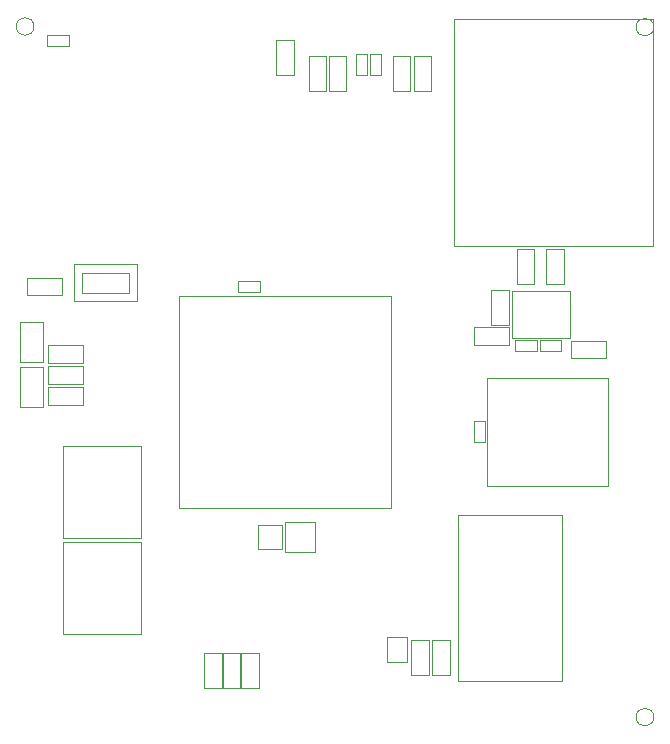
<source format=gbr>
G04 #@! TF.GenerationSoftware,KiCad,Pcbnew,(6.0.7)*
G04 #@! TF.CreationDate,2024-04-29T11:03:26-05:00*
G04 #@! TF.ProjectId,SapphineMinimal,53617070-6869-46e6-954d-696e696d616c,rev?*
G04 #@! TF.SameCoordinates,Original*
G04 #@! TF.FileFunction,Other,User*
%FSLAX46Y46*%
G04 Gerber Fmt 4.6, Leading zero omitted, Abs format (unit mm)*
G04 Created by KiCad (PCBNEW (6.0.7)) date 2024-04-29 11:03:26*
%MOMM*%
%LPD*%
G01*
G04 APERTURE LIST*
%ADD10C,0.050000*%
%ADD11C,0.100000*%
G04 APERTURE END LIST*
D10*
X106778678Y-71362218D02*
X106778678Y-69542218D01*
X105858678Y-69542218D02*
X105858678Y-71362218D01*
X105858678Y-71362218D02*
X106778678Y-71362218D01*
X106778678Y-69542218D02*
X105858678Y-69542218D01*
X96139878Y-123240218D02*
X97599878Y-123240218D01*
X97599878Y-120280218D02*
X96139878Y-120280218D01*
X96139878Y-120280218D02*
X96139878Y-123240218D01*
X97599878Y-123240218D02*
X97599878Y-120280218D01*
X121379278Y-94726018D02*
X123199278Y-94726018D01*
X121379278Y-93806018D02*
X121379278Y-94726018D01*
X123199278Y-94726018D02*
X123199278Y-93806018D01*
X123199278Y-93806018D02*
X121379278Y-93806018D01*
D11*
X130960000Y-85809000D02*
X130960000Y-66591000D01*
X114150000Y-85809000D02*
X130960000Y-85809000D01*
X130960000Y-66591000D02*
X114150000Y-66591000D01*
X114150000Y-66591000D02*
X114150000Y-85809000D01*
D10*
X79794278Y-99274618D02*
X82754278Y-99274618D01*
X79794278Y-97814618D02*
X79794278Y-99274618D01*
X82754278Y-99274618D02*
X82754278Y-97814618D01*
X82754278Y-97814618D02*
X79794278Y-97814618D01*
D11*
X110191278Y-121057618D02*
X110191278Y-118957618D01*
X110191278Y-118957618D02*
X108491278Y-118957618D01*
X108491278Y-118957618D02*
X108491278Y-121057618D01*
X108491278Y-121057618D02*
X110191278Y-121057618D01*
D10*
X110516278Y-119162618D02*
X110516278Y-122122618D01*
X111976278Y-119162618D02*
X110516278Y-119162618D01*
X111976278Y-122122618D02*
X111976278Y-119162618D01*
X110516278Y-122122618D02*
X111976278Y-122122618D01*
X127020478Y-93891618D02*
X124060478Y-93891618D01*
X124060478Y-95351618D02*
X127020478Y-95351618D01*
X127020478Y-95351618D02*
X127020478Y-93891618D01*
X124060478Y-93891618D02*
X124060478Y-95351618D01*
X119458593Y-86052523D02*
X119458593Y-89012523D01*
X120918593Y-89012523D02*
X120918593Y-86052523D01*
X119458593Y-89012523D02*
X120918593Y-89012523D01*
X120918593Y-86052523D02*
X119458593Y-86052523D01*
X77403278Y-92292618D02*
X77403278Y-95652618D01*
X79303278Y-95652618D02*
X79303278Y-92292618D01*
X77403278Y-95652618D02*
X79303278Y-95652618D01*
X79303278Y-92292618D02*
X77403278Y-92292618D01*
X118755478Y-92549618D02*
X118755478Y-89589618D01*
X118755478Y-89589618D02*
X117295478Y-89589618D01*
X117295478Y-92549618D02*
X118755478Y-92549618D01*
X117295478Y-89589618D02*
X117295478Y-92549618D01*
X108941478Y-69734218D02*
X108941478Y-72694218D01*
X110401478Y-69734218D02*
X108941478Y-69734218D01*
X110401478Y-72694218D02*
X110401478Y-69734218D01*
X108941478Y-72694218D02*
X110401478Y-72694218D01*
X131046278Y-67302618D02*
G75*
G03*
X131046278Y-67302618I-750000J0D01*
G01*
X112179478Y-72694218D02*
X112179478Y-69734218D01*
X110719478Y-69734218D02*
X110719478Y-72694218D01*
X110719478Y-72694218D02*
X112179478Y-72694218D01*
X112179478Y-69734218D02*
X110719478Y-69734218D01*
X113754278Y-122122618D02*
X113754278Y-119162618D01*
X112294278Y-119162618D02*
X112294278Y-122122618D01*
X113754278Y-119162618D02*
X112294278Y-119162618D01*
X112294278Y-122122618D02*
X113754278Y-122122618D01*
D11*
X119030278Y-89653818D02*
X119030278Y-93653818D01*
X123980278Y-89653818D02*
X119030278Y-89653818D01*
X123980278Y-93653818D02*
X123980278Y-89653818D01*
X119030278Y-93653818D02*
X123980278Y-93653818D01*
D10*
X108766278Y-108002618D02*
X90866278Y-108002618D01*
X90866278Y-108002618D02*
X90866278Y-90102618D01*
X90866278Y-90102618D02*
X108766278Y-90102618D01*
X108766278Y-90102618D02*
X108766278Y-108002618D01*
X78569878Y-67251818D02*
G75*
G03*
X78569878Y-67251818I-750000J0D01*
G01*
X107947078Y-69542218D02*
X107027078Y-69542218D01*
X107027078Y-71362218D02*
X107947078Y-71362218D01*
X107947078Y-71362218D02*
X107947078Y-69542218D01*
X107027078Y-69542218D02*
X107027078Y-71362218D01*
X103289478Y-69734218D02*
X101829478Y-69734218D01*
X101829478Y-72694218D02*
X103289478Y-72694218D01*
X103289478Y-72694218D02*
X103289478Y-69734218D01*
X101829478Y-69734218D02*
X101829478Y-72694218D01*
X96025078Y-123240218D02*
X96025078Y-120280218D01*
X94565078Y-123240218D02*
X96025078Y-123240218D01*
X94565078Y-120280218D02*
X94565078Y-123240218D01*
X96025078Y-120280218D02*
X94565078Y-120280218D01*
X99546278Y-109482618D02*
X97546278Y-109482618D01*
X97546278Y-111482618D02*
X97546278Y-109482618D01*
X99546278Y-109482618D02*
X99546278Y-111482618D01*
X97546278Y-111482618D02*
X99546278Y-111482618D01*
X97678278Y-89733618D02*
X97678278Y-88813618D01*
X97678278Y-88813618D02*
X95858278Y-88813618D01*
X95858278Y-88813618D02*
X95858278Y-89733618D01*
X95858278Y-89733618D02*
X97678278Y-89733618D01*
X82754278Y-94258618D02*
X79794278Y-94258618D01*
X79794278Y-95718618D02*
X82754278Y-95718618D01*
X82754278Y-95718618D02*
X82754278Y-94258618D01*
X79794278Y-94258618D02*
X79794278Y-95718618D01*
X81042278Y-110900618D02*
X87602278Y-110900618D01*
X87602278Y-110900618D02*
X87602278Y-118700618D01*
X87602278Y-118700618D02*
X81042278Y-118700618D01*
X81042278Y-118700618D02*
X81042278Y-110900618D01*
X81042278Y-102772618D02*
X87602278Y-102772618D01*
X87602278Y-102772618D02*
X87602278Y-110572618D01*
X81042278Y-110572618D02*
X81042278Y-102772618D01*
X87602278Y-110572618D02*
X81042278Y-110572618D01*
X94450278Y-123240218D02*
X94450278Y-120280218D01*
X92990278Y-120280218D02*
X92990278Y-123240218D01*
X92990278Y-123240218D02*
X94450278Y-123240218D01*
X94450278Y-120280218D02*
X92990278Y-120280218D01*
X79794278Y-96036618D02*
X79794278Y-97496618D01*
X82754278Y-96036618D02*
X79794278Y-96036618D01*
X82754278Y-97496618D02*
X82754278Y-96036618D01*
X79794278Y-97496618D02*
X82754278Y-97496618D01*
X131046278Y-125722618D02*
G75*
G03*
X131046278Y-125722618I-750000J0D01*
G01*
X103556678Y-69734218D02*
X103556678Y-72694218D01*
X105016678Y-69734218D02*
X103556678Y-69734218D01*
X103556678Y-72694218D02*
X105016678Y-72694218D01*
X105016678Y-72694218D02*
X105016678Y-69734218D01*
X79703878Y-68880218D02*
X81523878Y-68880218D01*
X81523878Y-68880218D02*
X81523878Y-67960218D01*
X81523878Y-67960218D02*
X79703878Y-67960218D01*
X79703878Y-67960218D02*
X79703878Y-68880218D01*
X123406278Y-86066418D02*
X121946278Y-86066418D01*
X123406278Y-89026418D02*
X123406278Y-86066418D01*
X121946278Y-89026418D02*
X123406278Y-89026418D01*
X121946278Y-86066418D02*
X121946278Y-89026418D01*
D11*
X123266278Y-108637618D02*
X114466278Y-108637618D01*
X114466278Y-108637618D02*
X114466278Y-122637618D01*
X123266278Y-122637618D02*
X123266278Y-108637618D01*
X114466278Y-122637618D02*
X123266278Y-122637618D01*
D10*
X121119878Y-94726018D02*
X121119878Y-93806018D01*
X119299878Y-93806018D02*
X119299878Y-94726018D01*
X121119878Y-93806018D02*
X119299878Y-93806018D01*
X119299878Y-94726018D02*
X121119878Y-94726018D01*
X79303278Y-99462618D02*
X79303278Y-96102618D01*
X79303278Y-96102618D02*
X77403278Y-96102618D01*
X77403278Y-99462618D02*
X79303278Y-99462618D01*
X77403278Y-96102618D02*
X77403278Y-99462618D01*
X116786278Y-102451818D02*
X116786278Y-100631818D01*
X115866278Y-100631818D02*
X115866278Y-102451818D01*
X115866278Y-102451818D02*
X116786278Y-102451818D01*
X116786278Y-100631818D02*
X115866278Y-100631818D01*
X99836278Y-111732618D02*
X102336278Y-111732618D01*
X99836278Y-111732618D02*
X99836278Y-109232618D01*
X102336278Y-109232618D02*
X102336278Y-111732618D01*
X102336278Y-109232618D02*
X99836278Y-109232618D01*
X127133846Y-106192618D02*
X116933846Y-106192618D01*
X116933846Y-96992618D02*
X127133846Y-96992618D01*
X127133846Y-96992618D02*
X127133846Y-106192618D01*
X116933846Y-106192618D02*
X116933846Y-96992618D01*
X80976278Y-90003618D02*
X80976278Y-88543618D01*
X80976278Y-88543618D02*
X78016278Y-88543618D01*
X78016278Y-90003618D02*
X80976278Y-90003618D01*
X78016278Y-88543618D02*
X78016278Y-90003618D01*
X86582878Y-88092518D02*
X82671278Y-88092518D01*
X82671278Y-89794318D02*
X86582878Y-89794318D01*
X81960078Y-90505518D02*
X87294078Y-90505518D01*
X86582878Y-89794318D02*
X86582878Y-88092518D01*
X81960078Y-87381318D02*
X81960078Y-90505518D01*
X87294078Y-87381318D02*
X81960078Y-87381318D01*
X82671278Y-88092518D02*
X82671278Y-89794318D01*
X87294078Y-90505518D02*
X87294078Y-87381318D01*
X100546278Y-71322618D02*
X100546278Y-68362618D01*
X99086278Y-71322618D02*
X100546278Y-71322618D01*
X99086278Y-68362618D02*
X99086278Y-71322618D01*
X100546278Y-68362618D02*
X99086278Y-68362618D01*
X115862278Y-94194618D02*
X118822278Y-94194618D01*
X115862278Y-92734618D02*
X115862278Y-94194618D01*
X118822278Y-92734618D02*
X115862278Y-92734618D01*
X118822278Y-94194618D02*
X118822278Y-92734618D01*
M02*

</source>
